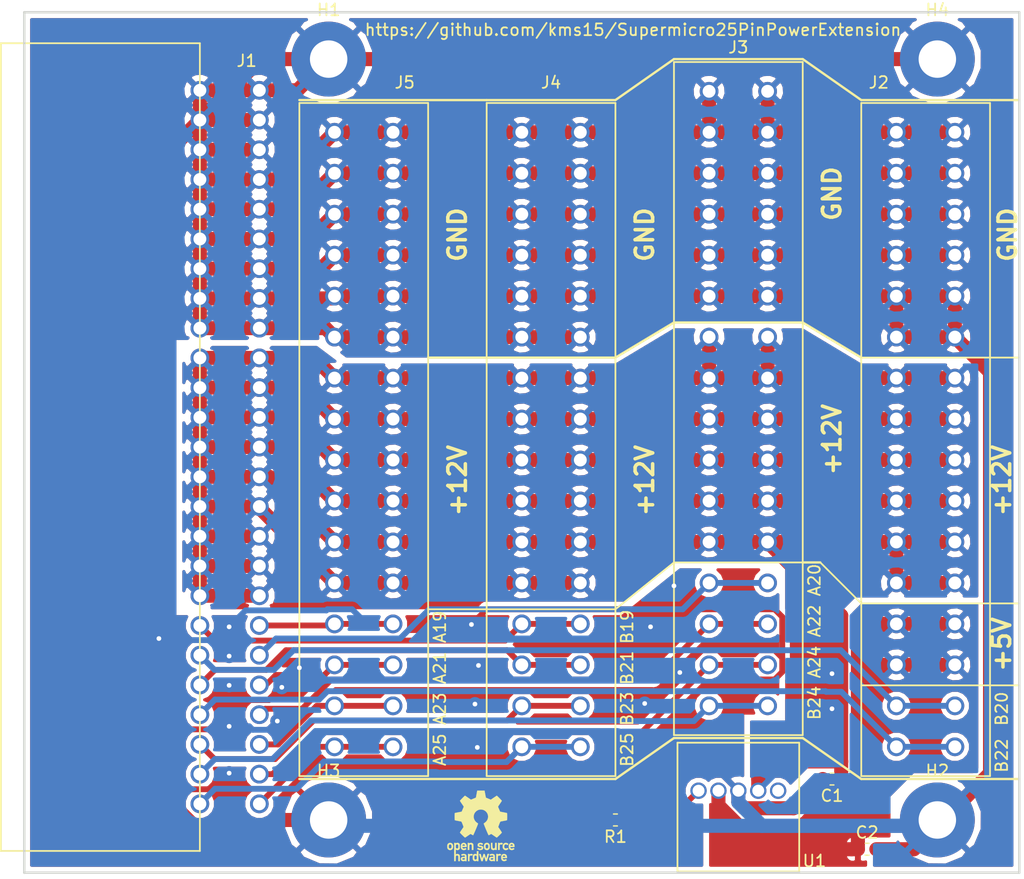
<source format=kicad_pcb>
(kicad_pcb (version 20171130) (host pcbnew 5.0.2-bee76a0~70~ubuntu18.04.1)
  (layers (0 F.Cu signal) (31 B.Cu signal) (34 B.Paste user) (35 F.Paste user) (36 B.SilkS user) (37 F.SilkS user) (38 B.Mask user) (39 F.Mask user) (44 Edge.Cuts user))
  (net 0 "")
  (net 1 "Net-(R1-Pad1)")
  (net 2 GND)
  (net 3 +12V)
  (net 4 +5V)
  (net 5 /B20)
  (net 6 /B22)
  (net 7 /A22)
  (net 8 /B24)
  (net 9 /A20)
  (net 10 /A24)
  (net 11 /B19)
  (net 12 /B21)
  (net 13 /B23)
  (net 14 /B25)
  (net 15 /A21)
  (net 16 /A25)
  (net 17 /A19)
  (net 18 /A23)
  (net 19 "Net-(U1-Pad1)")
  (module Delta:Delta_NE12S0A0V10 (layer F.Cu) (at 96 116.5 180)
    (fp_text reference U1 (at -6.5 -6 180) (layer F.SilkS))
    (fp_text value NE12S0A0V10)
    (pad 1 thru_hole circle (at -3.4 0 180) (size 1.397 1.397) (drill 1.02) (layers *.Cu *.Mask) (net 19 "Net-(U1-Pad1)"))
    (pad 2 thru_hole circle (at -1.7 0 180) (size 1.397 1.397) (drill 1.02) (layers *.Cu *.Mask) (net 3 +12V))
    (pad 3 thru_hole circle (at 0 0 180) (size 1.397 1.397) (drill 1.02) (layers *.Cu *.Mask) (net 2 GND))
    (pad 4 thru_hole circle (at 1.7 0 180) (size 1.397 1.397) (drill 1.02) (layers *.Cu *.Mask) (net 4 +5V))
    (pad 5 thru_hole circle (at 3.4 0 180) (size 1.397 1.397) (drill 1.02) (layers *.Cu *.Mask) (net 1 "Net-(R1-Pad1)"))
  )
  (module SupermicroConnectors:Amphenol_10035388-102LF (layer F.Cu) (at 50 87.145)
    (fp_text reference J1 (at 4 -33 180) (layer F.SilkS))
    (fp_text value "Amphenol 10035388-102LF")
    (pad b9 thru_hole circle (at 0 -10.16) (size 1.6 1.6) (drill 1.1) (layers *.Cu *.Mask) (net 2 GND))
    (pad b10 thru_hole circle (at 0 -7.62) (size 1.6 1.6) (drill 1.1) (layers *.Cu *.Mask) (net 3 +12V))
    (pad b18 thru_hole circle (at 0 12.7) (size 1.6 1.6) (drill 1.1) (layers *.Cu *.Mask) (net 3 +12V))
    (pad b3 thru_hole circle (at 0 -25.4) (size 1.6 1.6) (drill 1.1) (layers *.Cu *.Mask) (net 2 GND))
    (pad b7 thru_hole circle (at 0 -15.24) (size 1.6 1.6) (drill 1.1) (layers *.Cu *.Mask) (net 2 GND))
    (pad b13 thru_hole circle (at 0 0) (size 1.6 1.6) (drill 1.1) (layers *.Cu *.Mask) (net 3 +12V))
    (pad b23 thru_hole circle (at 0 25.4) (size 1.6 1.6) (drill 1.1) (layers *.Cu *.Mask) (net 13 /B23))
    (pad b12 thru_hole circle (at 0 -2.54) (size 1.6 1.6) (drill 1.1) (layers *.Cu *.Mask) (net 3 +12V))
    (pad b6 thru_hole circle (at 0 -17.78) (size 1.6 1.6) (drill 1.1) (layers *.Cu *.Mask) (net 2 GND))
    (pad b16 thru_hole circle (at 0 7.62) (size 1.6 1.6) (drill 1.1) (layers *.Cu *.Mask) (net 3 +12V))
    (pad b14 thru_hole circle (at 0 2.54) (size 1.6 1.6) (drill 1.1) (layers *.Cu *.Mask) (net 3 +12V))
    (pad b1 thru_hole circle (at 0 -30.48) (size 1.6 1.6) (drill 1.1) (layers *.Cu *.Mask) (net 2 GND))
    (pad b4 thru_hole circle (at 0 -22.86) (size 1.6 1.6) (drill 1.1) (layers *.Cu *.Mask) (net 2 GND))
    (pad b22 thru_hole circle (at 0 22.86) (size 1.6 1.6) (drill 1.1) (layers *.Cu *.Mask) (net 6 /B22))
    (pad b24 thru_hole circle (at 0 27.94) (size 1.6 1.6) (drill 1.1) (layers *.Cu *.Mask) (net 8 /B24))
    (pad b19 thru_hole circle (at 0 15.24) (size 1.6 1.6) (drill 1.1) (layers *.Cu *.Mask) (net 11 /B19))
    (pad b17 thru_hole circle (at 0 10.16) (size 1.6 1.6) (drill 1.1) (layers *.Cu *.Mask) (net 3 +12V))
    (pad b15 thru_hole circle (at 0 5.08) (size 1.6 1.6) (drill 1.1) (layers *.Cu *.Mask) (net 3 +12V))
    (pad b2 thru_hole circle (at 0 -27.94) (size 1.6 1.6) (drill 1.1) (layers *.Cu *.Mask) (net 2 GND))
    (pad b5 thru_hole circle (at 0 -20.32) (size 1.6 1.6) (drill 1.1) (layers *.Cu *.Mask) (net 2 GND))
    (pad b21 thru_hole circle (at 0 20.32) (size 1.6 1.6) (drill 1.1) (layers *.Cu *.Mask) (net 12 /B21))
    (pad b11 thru_hole circle (at 0 -5.08) (size 1.6 1.6) (drill 1.1) (layers *.Cu *.Mask) (net 3 +12V))
    (pad b20 thru_hole circle (at 0 17.78) (size 1.6 1.6) (drill 1.1) (layers *.Cu *.Mask) (net 5 /B20))
    (pad b8 thru_hole circle (at 0 -12.7) (size 1.6 1.6) (drill 1.1) (layers *.Cu *.Mask) (net 2 GND))
    (pad b25 thru_hole circle (at 0 30.48) (size 1.6 1.6) (drill 1.1) (layers *.Cu *.Mask) (net 14 /B25))
    (pad a25 thru_hole circle (at 5.08 30.48) (size 1.6 1.6) (drill 1.1) (layers *.Cu *.Mask) (net 16 /A25))
    (pad a24 thru_hole circle (at 5.08 27.94) (size 1.6 1.6) (drill 1.1) (layers *.Cu *.Mask) (net 10 /A24))
    (pad a23 thru_hole circle (at 5.08 25.4) (size 1.6 1.6) (drill 1.1) (layers *.Cu *.Mask) (net 18 /A23))
    (pad a22 thru_hole circle (at 5.08 22.86) (size 1.6 1.6) (drill 1.1) (layers *.Cu *.Mask) (net 7 /A22))
    (pad a21 thru_hole circle (at 5.08 20.32) (size 1.6 1.6) (drill 1.1) (layers *.Cu *.Mask) (net 15 /A21))
    (pad a20 thru_hole circle (at 5.08 17.78) (size 1.6 1.6) (drill 1.1) (layers *.Cu *.Mask) (net 9 /A20))
    (pad a19 thru_hole circle (at 5.08 15.24) (size 1.6 1.6) (drill 1.1) (layers *.Cu *.Mask) (net 17 /A19))
    (pad a18 thru_hole circle (at 5.08 12.7) (size 1.6 1.6) (drill 1.1) (layers *.Cu *.Mask) (net 3 +12V))
    (pad a17 thru_hole circle (at 5.08 10.16) (size 1.6 1.6) (drill 1.1) (layers *.Cu *.Mask) (net 3 +12V))
    (pad a16 thru_hole circle (at 5.08 7.62) (size 1.6 1.6) (drill 1.1) (layers *.Cu *.Mask) (net 3 +12V))
    (pad a15 thru_hole circle (at 5.08 5.08) (size 1.6 1.6) (drill 1.1) (layers *.Cu *.Mask) (net 3 +12V))
    (pad a14 thru_hole circle (at 5.08 2.54) (size 1.6 1.6) (drill 1.1) (layers *.Cu *.Mask) (net 3 +12V))
    (pad a13 thru_hole circle (at 5.08 0) (size 1.6 1.6) (drill 1.1) (layers *.Cu *.Mask) (net 3 +12V))
    (pad a12 thru_hole circle (at 5.08 -2.54) (size 1.6 1.6) (drill 1.1) (layers *.Cu *.Mask) (net 3 +12V))
    (pad a11 thru_hole circle (at 5.08 -5.08) (size 1.6 1.6) (drill 1.1) (layers *.Cu *.Mask) (net 3 +12V))
    (pad a10 thru_hole circle (at 5.08 -7.62) (size 1.6 1.6) (drill 1.1) (layers *.Cu *.Mask) (net 3 +12V))
    (pad a9 thru_hole circle (at 5.08 -10.16) (size 1.6 1.6) (drill 1.1) (layers *.Cu *.Mask) (net 2 GND))
    (pad a8 thru_hole circle (at 5.08 -12.7) (size 1.6 1.6) (drill 1.1) (layers *.Cu *.Mask) (net 2 GND))
    (pad a7 thru_hole circle (at 5.08 -15.24) (size 1.6 1.6) (drill 1.1) (layers *.Cu *.Mask) (net 2 GND))
    (pad a6 thru_hole circle (at 5.08 -17.78) (size 1.6 1.6) (drill 1.1) (layers *.Cu *.Mask) (net 2 GND))
    (pad a5 thru_hole circle (at 5.08 -20.32) (size 1.6 1.6) (drill 1.1) (layers *.Cu *.Mask) (net 2 GND))
    (pad a4 thru_hole circle (at 5.08 -22.86 270) (size 1.6 1.6) (drill 1.1) (layers *.Cu *.Mask) (net 2 GND))
    (pad a3 thru_hole circle (at 5.08 -25.4) (size 1.6 1.6) (drill 1.1) (layers *.Cu *.Mask) (net 2 GND))
    (pad a2 thru_hole circle (at 5.08 -27.94) (size 1.6 1.6) (drill 1.1) (layers *.Cu *.Mask) (net 2 GND))
    (pad a1 thru_hole circle (at 5.08 -30.48) (size 1.6 1.6) (drill 1.1) (layers *.Cu *.Mask) (net 2 GND))
  )
  (module MountingHole:MountingHole_3.2mm_M3_Pad (layer F.Cu) (at 113 54)
    (fp_text reference H4 (at 0 -4.2) (layer F.SilkS))
    (fp_text value M3)
    (pad 1 thru_hole circle (at 0 0) (size 6.4 6.4) (drill 3.2) (layers *.Cu *.Mask) (net 2 GND))
  )
  (module MountingHole:MountingHole_3.2mm_M3_Pad (layer F.Cu) (at 61 119)
    (fp_text reference H3 (at 0 -4.2) (layer F.SilkS))
    (fp_text value M3)
    (pad 1 thru_hole circle (at 0 0) (size 6.4 6.4) (drill 3.2) (layers *.Cu *.Mask) (net 2 GND))
  )
  (module MountingHole:MountingHole_3.2mm_M3_Pad (layer F.Cu) (at 113 119)
    (fp_text reference H2 (at 0 -4.2) (layer F.SilkS))
    (fp_text value M3)
    (pad 1 thru_hole circle (at 0 0) (size 6.4 6.4) (drill 3.2) (layers *.Cu *.Mask) (net 2 GND))
  )
  (module MountingHole:MountingHole_3.2mm_M3_Pad (layer F.Cu) (at 61 54)
    (fp_text reference H1 (at 0 -4.2) (layer F.SilkS))
    (fp_text value M3)
    (pad 1 thru_hole circle (at 0 0) (size 6.4 6.4) (drill 3.2) (layers *.Cu *.Mask) (net 2 GND))
  )
  (module Capacitor_SMD:C_0603_1608Metric (layer F.Cu) (at 107 121.5)
    (fp_text reference C2 (at 0 -1.43) (layer F.SilkS))
    (fp_text value 10uF)
    (pad 2 smd roundrect (at 0.7875 0) (size 0.875 0.95) (layers F.Cu F.Paste F.Mask) (net 2 GND))
    (pad 1 smd roundrect (at -0.7875 0) (size 0.875 0.95) (layers F.Cu F.Paste F.Mask) (net 4 +5V))
  )
  (module Capacitor_SMD:C_0603_1608Metric (layer F.Cu) (at 104 115.5 180)
    (fp_text reference C1 (at 0 -1.43 180) (layer F.SilkS))
    (fp_text value 10uF)
    (pad 1 smd roundrect (at -0.7875 0 180) (size 0.875 0.95) (layers F.Cu F.Paste F.Mask) (net 3 +12V))
    (pad 2 smd roundrect (at 0.7875 0 180) (size 0.875 0.95) (layers F.Cu F.Paste F.Mask) (net 2 GND))
  )
  (module PhoenixContact:PhoenixContact1862262 (layer F.Cu) (at 64 86.5 90)
    (fp_text reference J5 (at 30.5 3.5 180) (layer F.SilkS))
    (fp_text value 1862262)
    (pad 9 thru_hole circle (at 1.75 2.5 90) (size 1.6 1.6) (drill 1.1) (layers *.Cu *.Mask) (net 3 +12V))
    (pad 16 thru_hole circle (at 26.25 2.5 90) (size 1.6 1.6) (drill 1.1) (layers *.Cu *.Mask) (net 2 GND))
    (pad 3 thru_hole circle (at -19.25 2.5 90) (size 1.6 1.6) (drill 1.1) (layers *.Cu *.Mask) (net 15 /A21))
    (pad 10 thru_hole circle (at 5.25 2.5 90) (size 1.6 1.6) (drill 1.1) (layers *.Cu *.Mask) (net 3 +12V))
    (pad 7 thru_hole circle (at -5.25 2.5 90) (size 1.6 1.6) (drill 1.1) (layers *.Cu *.Mask) (net 3 +12V))
    (pad 5 thru_hole circle (at -12.25 2.5 90) (size 1.6 1.6) (drill 1.1) (layers *.Cu *.Mask) (net 3 +12V))
    (pad 8 thru_hole circle (at -1.75 2.5 90) (size 1.6 1.6) (drill 1.1) (layers *.Cu *.Mask) (net 3 +12V))
    (pad 6 thru_hole circle (at -8.75 2.5 90) (size 1.6 1.6) (drill 1.1) (layers *.Cu *.Mask) (net 3 +12V))
    (pad 14 thru_hole circle (at 19.25 2.5 90) (size 1.6 1.6) (drill 1.1) (layers *.Cu *.Mask) (net 2 GND))
    (pad 13 thru_hole circle (at 15.75 2.5 90) (size 1.6 1.6) (drill 1.1) (layers *.Cu *.Mask) (net 2 GND))
    (pad 15 thru_hole circle (at 22.75 2.5 90) (size 1.6 1.6) (drill 1.1) (layers *.Cu *.Mask) (net 2 GND))
    (pad 11 thru_hole circle (at 8.75 2.5 90) (size 1.6 1.6) (drill 1.1) (layers *.Cu *.Mask) (net 2 GND))
    (pad 12 thru_hole circle (at 12.25 2.5 90) (size 1.6 1.6) (drill 1.1) (layers *.Cu *.Mask) (net 2 GND))
    (pad 1 thru_hole circle (at -26.25 2.5 90) (size 1.6 1.6) (drill 1.1) (layers *.Cu *.Mask) (net 16 /A25))
    (pad 4 thru_hole circle (at -15.75 2.5 90) (size 1.6 1.6) (drill 1.1) (layers *.Cu *.Mask) (net 17 /A19))
    (pad 2 thru_hole circle (at -22.75 2.5 90) (size 1.6 1.6) (drill 1.1) (layers *.Cu *.Mask) (net 18 /A23))
    (pad 1 thru_hole circle (at -26.25 -2.5 90) (size 1.6 1.6) (drill 1.1) (layers *.Cu *.Mask) (net 16 /A25))
    (pad 2 thru_hole circle (at -22.75 -2.5 90) (size 1.6 1.6) (drill 1.1) (layers *.Cu *.Mask) (net 18 /A23))
    (pad 3 thru_hole circle (at -19.25 -2.5 90) (size 1.6 1.6) (drill 1.1) (layers *.Cu *.Mask) (net 15 /A21))
    (pad 4 thru_hole circle (at -15.75 -2.5 90) (size 1.6 1.6) (drill 1.1) (layers *.Cu *.Mask) (net 17 /A19))
    (pad 5 thru_hole circle (at -12.25 -2.5 90) (size 1.6 1.6) (drill 1.1) (layers *.Cu *.Mask) (net 3 +12V))
    (pad 6 thru_hole circle (at -8.75 -2.5 90) (size 1.6 1.6) (drill 1.1) (layers *.Cu *.Mask) (net 3 +12V))
    (pad 7 thru_hole circle (at -5.25 -2.5 90) (size 1.6 1.6) (drill 1.1) (layers *.Cu *.Mask) (net 3 +12V))
    (pad 8 thru_hole circle (at -1.75 -2.5 90) (size 1.6 1.6) (drill 1.1) (layers *.Cu *.Mask) (net 3 +12V))
    (pad 9 thru_hole circle (at 1.75 -2.5 90) (size 1.6 1.6) (drill 1.1) (layers *.Cu *.Mask) (net 3 +12V))
    (pad 10 thru_hole circle (at 5.25 -2.5 90) (size 1.6 1.6) (drill 1.1) (layers *.Cu *.Mask) (net 3 +12V))
    (pad 11 thru_hole circle (at 8.75 -2.5 90) (size 1.6 1.6) (drill 1.1) (layers *.Cu *.Mask) (net 2 GND))
    (pad 12 thru_hole circle (at 12.25 -2.5 90) (size 1.6 1.6) (drill 1.1) (layers *.Cu *.Mask) (net 2 GND))
    (pad 13 thru_hole circle (at 15.75 -2.5 90) (size 1.6 1.6) (drill 1.1) (layers *.Cu *.Mask) (net 2 GND))
    (pad 14 thru_hole circle (at 19.25 -2.5 90) (size 1.6 1.6) (drill 1.1) (layers *.Cu *.Mask) (net 2 GND))
    (pad 15 thru_hole circle (at 22.75 -2.5 90) (size 1.6 1.6) (drill 1.1) (layers *.Cu *.Mask) (net 2 GND))
    (pad 16 thru_hole circle (at 26.25 -2.5 90) (size 1.6 1.6) (drill 1.1) (layers *.Cu *.Mask) (net 2 GND))
  )
  (module PhoenixContact:PhoenixContact1862262 (layer F.Cu) (at 80 86.5 90)
    (fp_text reference J4 (at 30.5 0 180) (layer F.SilkS))
    (fp_text value 1862262)
    (pad 16 thru_hole circle (at 26.25 -2.5 90) (size 1.6 1.6) (drill 1.1) (layers *.Cu *.Mask) (net 2 GND))
    (pad 15 thru_hole circle (at 22.75 -2.5 90) (size 1.6 1.6) (drill 1.1) (layers *.Cu *.Mask) (net 2 GND))
    (pad 14 thru_hole circle (at 19.25 -2.5 90) (size 1.6 1.6) (drill 1.1) (layers *.Cu *.Mask) (net 2 GND))
    (pad 13 thru_hole circle (at 15.75 -2.5 90) (size 1.6 1.6) (drill 1.1) (layers *.Cu *.Mask) (net 2 GND))
    (pad 12 thru_hole circle (at 12.25 -2.5 90) (size 1.6 1.6) (drill 1.1) (layers *.Cu *.Mask) (net 2 GND))
    (pad 11 thru_hole circle (at 8.75 -2.5 90) (size 1.6 1.6) (drill 1.1) (layers *.Cu *.Mask) (net 2 GND))
    (pad 10 thru_hole circle (at 5.25 -2.5 90) (size 1.6 1.6) (drill 1.1) (layers *.Cu *.Mask) (net 3 +12V))
    (pad 9 thru_hole circle (at 1.75 -2.5 90) (size 1.6 1.6) (drill 1.1) (layers *.Cu *.Mask) (net 3 +12V))
    (pad 8 thru_hole circle (at -1.75 -2.5 90) (size 1.6 1.6) (drill 1.1) (layers *.Cu *.Mask) (net 3 +12V))
    (pad 7 thru_hole circle (at -5.25 -2.5 90) (size 1.6 1.6) (drill 1.1) (layers *.Cu *.Mask) (net 3 +12V))
    (pad 6 thru_hole circle (at -8.75 -2.5 90) (size 1.6 1.6) (drill 1.1) (layers *.Cu *.Mask) (net 3 +12V))
    (pad 5 thru_hole circle (at -12.25 -2.5 90) (size 1.6 1.6) (drill 1.1) (layers *.Cu *.Mask) (net 3 +12V))
    (pad 4 thru_hole circle (at -15.75 -2.5 90) (size 1.6 1.6) (drill 1.1) (layers *.Cu *.Mask) (net 11 /B19))
    (pad 3 thru_hole circle (at -19.25 -2.5 90) (size 1.6 1.6) (drill 1.1) (layers *.Cu *.Mask) (net 12 /B21))
    (pad 2 thru_hole circle (at -22.75 -2.5 90) (size 1.6 1.6) (drill 1.1) (layers *.Cu *.Mask) (net 13 /B23))
    (pad 1 thru_hole circle (at -26.25 -2.5 90) (size 1.6 1.6) (drill 1.1) (layers *.Cu *.Mask) (net 14 /B25))
    (pad 2 thru_hole circle (at -22.75 2.5 90) (size 1.6 1.6) (drill 1.1) (layers *.Cu *.Mask) (net 13 /B23))
    (pad 4 thru_hole circle (at -15.75 2.5 90) (size 1.6 1.6) (drill 1.1) (layers *.Cu *.Mask) (net 11 /B19))
    (pad 1 thru_hole circle (at -26.25 2.5 90) (size 1.6 1.6) (drill 1.1) (layers *.Cu *.Mask) (net 14 /B25))
    (pad 12 thru_hole circle (at 12.25 2.5 90) (size 1.6 1.6) (drill 1.1) (layers *.Cu *.Mask) (net 2 GND))
    (pad 11 thru_hole circle (at 8.75 2.5 90) (size 1.6 1.6) (drill 1.1) (layers *.Cu *.Mask) (net 2 GND))
    (pad 15 thru_hole circle (at 22.75 2.5 90) (size 1.6 1.6) (drill 1.1) (layers *.Cu *.Mask) (net 2 GND))
    (pad 13 thru_hole circle (at 15.75 2.5 90) (size 1.6 1.6) (drill 1.1) (layers *.Cu *.Mask) (net 2 GND))
    (pad 14 thru_hole circle (at 19.25 2.5 90) (size 1.6 1.6) (drill 1.1) (layers *.Cu *.Mask) (net 2 GND))
    (pad 6 thru_hole circle (at -8.75 2.5 90) (size 1.6 1.6) (drill 1.1) (layers *.Cu *.Mask) (net 3 +12V))
    (pad 8 thru_hole circle (at -1.75 2.5 90) (size 1.6 1.6) (drill 1.1) (layers *.Cu *.Mask) (net 3 +12V))
    (pad 5 thru_hole circle (at -12.25 2.5 90) (size 1.6 1.6) (drill 1.1) (layers *.Cu *.Mask) (net 3 +12V))
    (pad 7 thru_hole circle (at -5.25 2.5 90) (size 1.6 1.6) (drill 1.1) (layers *.Cu *.Mask) (net 3 +12V))
    (pad 10 thru_hole circle (at 5.25 2.5 90) (size 1.6 1.6) (drill 1.1) (layers *.Cu *.Mask) (net 3 +12V))
    (pad 3 thru_hole circle (at -19.25 2.5 90) (size 1.6 1.6) (drill 1.1) (layers *.Cu *.Mask) (net 12 /B21))
    (pad 16 thru_hole circle (at 26.25 2.5 90) (size 1.6 1.6) (drill 1.1) (layers *.Cu *.Mask) (net 2 GND))
    (pad 9 thru_hole circle (at 1.75 2.5 90) (size 1.6 1.6) (drill 1.1) (layers *.Cu *.Mask) (net 3 +12V))
  )
  (module PhoenixContact:PhoenixContact1862262 (layer F.Cu) (at 96 83 90)
    (fp_text reference J3 (at 30 0 180) (layer F.SilkS))
    (fp_text value 1862262)
    (pad 9 thru_hole circle (at 1.75 2.5 90) (size 1.6 1.6) (drill 1.1) (layers *.Cu *.Mask) (net 3 +12V))
    (pad 16 thru_hole circle (at 26.25 2.5 90) (size 1.6 1.6) (drill 1.1) (layers *.Cu *.Mask) (net 2 GND))
    (pad 3 thru_hole circle (at -19.25 2.5 90) (size 1.6 1.6) (drill 1.1) (layers *.Cu *.Mask) (net 7 /A22))
    (pad 10 thru_hole circle (at 5.25 2.5 90) (size 1.6 1.6) (drill 1.1) (layers *.Cu *.Mask) (net 3 +12V))
    (pad 7 thru_hole circle (at -5.25 2.5 90) (size 1.6 1.6) (drill 1.1) (layers *.Cu *.Mask) (net 3 +12V))
    (pad 5 thru_hole circle (at -12.25 2.5 90) (size 1.6 1.6) (drill 1.1) (layers *.Cu *.Mask) (net 3 +12V))
    (pad 8 thru_hole circle (at -1.75 2.5 90) (size 1.6 1.6) (drill 1.1) (layers *.Cu *.Mask) (net 3 +12V))
    (pad 6 thru_hole circle (at -8.75 2.5 90) (size 1.6 1.6) (drill 1.1) (layers *.Cu *.Mask) (net 3 +12V))
    (pad 14 thru_hole circle (at 19.25 2.5 90) (size 1.6 1.6) (drill 1.1) (layers *.Cu *.Mask) (net 2 GND))
    (pad 13 thru_hole circle (at 15.75 2.5 90) (size 1.6 1.6) (drill 1.1) (layers *.Cu *.Mask) (net 2 GND))
    (pad 15 thru_hole circle (at 22.75 2.5 90) (size 1.6 1.6) (drill 1.1) (layers *.Cu *.Mask) (net 2 GND))
    (pad 11 thru_hole circle (at 8.75 2.5 90) (size 1.6 1.6) (drill 1.1) (layers *.Cu *.Mask) (net 2 GND))
    (pad 12 thru_hole circle (at 12.25 2.5 90) (size 1.6 1.6) (drill 1.1) (layers *.Cu *.Mask) (net 2 GND))
    (pad 1 thru_hole circle (at -26.25 2.5 90) (size 1.6 1.6) (drill 1.1) (layers *.Cu *.Mask) (net 8 /B24))
    (pad 4 thru_hole circle (at -15.75 2.5 90) (size 1.6 1.6) (drill 1.1) (layers *.Cu *.Mask) (net 9 /A20))
    (pad 2 thru_hole circle (at -22.75 2.5 90) (size 1.6 1.6) (drill 1.1) (layers *.Cu *.Mask) (net 10 /A24))
    (pad 1 thru_hole circle (at -26.25 -2.5 90) (size 1.6 1.6) (drill 1.1) (layers *.Cu *.Mask) (net 8 /B24))
    (pad 2 thru_hole circle (at -22.75 -2.5 90) (size 1.6 1.6) (drill 1.1) (layers *.Cu *.Mask) (net 10 /A24))
    (pad 3 thru_hole circle (at -19.25 -2.5 90) (size 1.6 1.6) (drill 1.1) (layers *.Cu *.Mask) (net 7 /A22))
    (pad 4 thru_hole circle (at -15.75 -2.5 90) (size 1.6 1.6) (drill 1.1) (layers *.Cu *.Mask) (net 9 /A20))
    (pad 5 thru_hole circle (at -12.25 -2.5 90) (size 1.6 1.6) (drill 1.1) (layers *.Cu *.Mask) (net 3 +12V))
    (pad 6 thru_hole circle (at -8.75 -2.5 90) (size 1.6 1.6) (drill 1.1) (layers *.Cu *.Mask) (net 3 +12V))
    (pad 7 thru_hole circle (at -5.25 -2.5 90) (size 1.6 1.6) (drill 1.1) (layers *.Cu *.Mask) (net 3 +12V))
    (pad 8 thru_hole circle (at -1.75 -2.5 90) (size 1.6 1.6) (drill 1.1) (layers *.Cu *.Mask) (net 3 +12V))
    (pad 9 thru_hole circle (at 1.75 -2.5 90) (size 1.6 1.6) (drill 1.1) (layers *.Cu *.Mask) (net 3 +12V))
    (pad 10 thru_hole circle (at 5.25 -2.5 90) (size 1.6 1.6) (drill 1.1) (layers *.Cu *.Mask) (net 3 +12V))
    (pad 11 thru_hole circle (at 8.75 -2.5 90) (size 1.6 1.6) (drill 1.1) (layers *.Cu *.Mask) (net 2 GND))
    (pad 12 thru_hole circle (at 12.25 -2.5 90) (size 1.6 1.6) (drill 1.1) (layers *.Cu *.Mask) (net 2 GND))
    (pad 13 thru_hole circle (at 15.75 -2.5 90) (size 1.6 1.6) (drill 1.1) (layers *.Cu *.Mask) (net 2 GND))
    (pad 14 thru_hole circle (at 19.25 -2.5 90) (size 1.6 1.6) (drill 1.1) (layers *.Cu *.Mask) (net 2 GND))
    (pad 15 thru_hole circle (at 22.75 -2.5 90) (size 1.6 1.6) (drill 1.1) (layers *.Cu *.Mask) (net 2 GND))
    (pad 16 thru_hole circle (at 26.25 -2.5 90) (size 1.6 1.6) (drill 1.1) (layers *.Cu *.Mask) (net 2 GND))
  )
  (module PhoenixContact:PhoenixContact1862262 (layer F.Cu) (at 112 86.5 90)
    (fp_text reference J2 (at 30.5 -4 180) (layer F.SilkS))
    (fp_text value 1862262)
    (pad 16 thru_hole circle (at 26.25 -2.5 90) (size 1.6 1.6) (drill 1.1) (layers *.Cu *.Mask) (net 2 GND))
    (pad 15 thru_hole circle (at 22.75 -2.5 90) (size 1.6 1.6) (drill 1.1) (layers *.Cu *.Mask) (net 2 GND))
    (pad 14 thru_hole circle (at 19.25 -2.5 90) (size 1.6 1.6) (drill 1.1) (layers *.Cu *.Mask) (net 2 GND))
    (pad 13 thru_hole circle (at 15.75 -2.5 90) (size 1.6 1.6) (drill 1.1) (layers *.Cu *.Mask) (net 2 GND))
    (pad 12 thru_hole circle (at 12.25 -2.5 90) (size 1.6 1.6) (drill 1.1) (layers *.Cu *.Mask) (net 2 GND))
    (pad 11 thru_hole circle (at 8.75 -2.5 90) (size 1.6 1.6) (drill 1.1) (layers *.Cu *.Mask) (net 2 GND))
    (pad 10 thru_hole circle (at 5.25 -2.5 90) (size 1.6 1.6) (drill 1.1) (layers *.Cu *.Mask) (net 3 +12V))
    (pad 9 thru_hole circle (at 1.75 -2.5 90) (size 1.6 1.6) (drill 1.1) (layers *.Cu *.Mask) (net 3 +12V))
    (pad 8 thru_hole circle (at -1.75 -2.5 90) (size 1.6 1.6) (drill 1.1) (layers *.Cu *.Mask) (net 3 +12V))
    (pad 7 thru_hole circle (at -5.25 -2.5 90) (size 1.6 1.6) (drill 1.1) (layers *.Cu *.Mask) (net 3 +12V))
    (pad 6 thru_hole circle (at -8.75 -2.5 90) (size 1.6 1.6) (drill 1.1) (layers *.Cu *.Mask) (net 3 +12V))
    (pad 5 thru_hole circle (at -12.25 -2.5 90) (size 1.6 1.6) (drill 1.1) (layers *.Cu *.Mask) (net 3 +12V))
    (pad 4 thru_hole circle (at -15.75 -2.5 90) (size 1.6 1.6) (drill 1.1) (layers *.Cu *.Mask) (net 4 +5V))
    (pad 3 thru_hole circle (at -19.25 -2.5 90) (size 1.6 1.6) (drill 1.1) (layers *.Cu *.Mask) (net 4 +5V))
    (pad 2 thru_hole circle (at -22.75 -2.5 90) (size 1.6 1.6) (drill 1.1) (layers *.Cu *.Mask) (net 5 /B20))
    (pad 1 thru_hole circle (at -26.25 -2.5 90) (size 1.6 1.6) (drill 1.1) (layers *.Cu *.Mask) (net 6 /B22))
    (pad 2 thru_hole circle (at -22.75 2.5 90) (size 1.6 1.6) (drill 1.1) (layers *.Cu *.Mask) (net 5 /B20))
    (pad 4 thru_hole circle (at -15.75 2.5 90) (size 1.6 1.6) (drill 1.1) (layers *.Cu *.Mask) (net 4 +5V))
    (pad 1 thru_hole circle (at -26.25 2.5 90) (size 1.6 1.6) (drill 1.1) (layers *.Cu *.Mask) (net 6 /B22))
    (pad 12 thru_hole circle (at 12.25 2.5 90) (size 1.6 1.6) (drill 1.1) (layers *.Cu *.Mask) (net 2 GND))
    (pad 11 thru_hole circle (at 8.75 2.5 90) (size 1.6 1.6) (drill 1.1) (layers *.Cu *.Mask) (net 2 GND))
    (pad 15 thru_hole circle (at 22.75 2.5 90) (size 1.6 1.6) (drill 1.1) (layers *.Cu *.Mask) (net 2 GND))
    (pad 13 thru_hole circle (at 15.75 2.5 90) (size 1.6 1.6) (drill 1.1) (layers *.Cu *.Mask) (net 2 GND))
    (pad 14 thru_hole circle (at 19.25 2.5 90) (size 1.6 1.6) (drill 1.1) (layers *.Cu *.Mask) (net 2 GND))
    (pad 6 thru_hole circle (at -8.75 2.5 90) (size 1.6 1.6) (drill 1.1) (layers *.Cu *.Mask) (net 3 +12V))
    (pad 8 thru_hole circle (at -1.75 2.5 90) (size 1.6 1.6) (drill 1.1) (layers *.Cu *.Mask) (net 3 +12V))
    (pad 5 thru_hole circle (at -12.25 2.5 90) (size 1.6 1.6) (drill 1.1) (layers *.Cu *.Mask) (net 3 +12V))
    (pad 7 thru_hole circle (at -5.25 2.5 90) (size 1.6 1.6) (drill 1.1) (layers *.Cu *.Mask) (net 3 +12V))
    (pad 10 thru_hole circle (at 5.25 2.5 90) (size 1.6 1.6) (drill 1.1) (layers *.Cu *.Mask) (net 3 +12V))
    (pad 3 thru_hole circle (at -19.25 2.5 90) (size 1.6 1.6) (drill 1.1) (layers *.Cu *.Mask) (net 4 +5V))
    (pad 16 thru_hole circle (at 26.25 2.5 90) (size 1.6 1.6) (drill 1.1) (layers *.Cu *.Mask) (net 2 GND))
    (pad 9 thru_hole circle (at 1.75 2.5 90) (size 1.6 1.6) (drill 1.1) (layers *.Cu *.Mask) (net 3 +12V))
  )
  (module Resistor_SMD:R_0603_1608Metric (layer F.Cu) (at 85.5 119 180)
    (fp_text reference R1 (at 0 -1.43 180) (layer F.SilkS))
    (fp_text value 268)
    (pad 1 smd roundrect (at -0.7875 0 180) (size 0.875 0.95) (layers F.Cu F.Paste F.Mask) (net 1 "Net-(R1-Pad1)"))
    (pad 2 smd roundrect (at 0.7875 0 180) (size 0.875 0.95) (layers F.Cu F.Paste F.Mask) (net 2 GND))
  )
  (module Symbol:OSHW-Logo_5.7x6mm_SilkScreen (layer F.Cu) (at 74 119.5)
    (fp_text reference REF** hide)
    (fp_text value OSHW-Logo_5.7x6mm_SilkScreen hide)
  )
  (gr_text https://github.com/kms15/Supermicro25PinPowerExtension (at 87 51.5) (layer F.SilkS) (effects (font (size 1 1))))
  (gr_line (start 106.5 115.5) (end 120 115.5) (layer F.SilkS) (width 0.2))
  (gr_line (start 101.5 112) (end 106.5 115.5) (layer F.SilkS) (width 0.2))
  (gr_line (start 90.5 112) (end 101.5 112) (layer F.SilkS) (width 0.2))
  (gr_line (start 85.5 115.5) (end 90.5 112) (layer F.SilkS) (width 0.2))
  (gr_line (start 58.5 115.5) (end 85.5 115.5) (layer F.SilkS) (width 0.2))
  (gr_line (start 85.5 57.5) (end 74.5 57.5) (layer F.SilkS) (width 0.2))
  (gr_line (start 101.5 54) (end 90.5 54) (layer F.SilkS) (width 0.2))
  (gr_line (start 117.5 57.5) (end 106.5 57.5) (layer F.SilkS) (width 0.2))
  (gr_line (start 117.5 57.5) (end 120 57.5) (layer F.SilkS) (width 0.2))
  (gr_line (start 101.5 54) (end 106.5 57.5) (layer F.SilkS) (width 0.2))
  (gr_line (start 85.5 57.5) (end 90.5 54) (layer F.SilkS) (width 0.2))
  (gr_line (start 58.5 57.5) (end 74.5 57.5) (layer F.SilkS) (width 0.2))
  (gr_text B23 (at 86.5 109.5 90) (layer F.SilkS) (effects (font (size 1 1))))
  (gr_text B21 (at 86.5 106 90) (layer F.SilkS) (effects (font (size 1 1))))
  (gr_text B25 (at 86.5 113 90) (layer F.SilkS) (effects (font (size 1 1))))
  (gr_text B19 (at 86.5 102.5 90) (layer F.SilkS) (effects (font (size 1 1))))
  (gr_text A21 (at 70.5 106 90) (layer F.SilkS) (effects (font (size 1 1))))
  (gr_text A23 (at 70.5 109.5 90) (layer F.SilkS) (effects (font (size 1 1))))
  (gr_text A25 (at 70.5 113 90) (layer F.SilkS) (effects (font (size 1 1))))
  (gr_text A19 (at 70.5 102.5 90) (layer F.SilkS) (effects (font (size 1 1))))
  (gr_line (start 103 97) (end 101.5 97) (layer F.SilkS) (width 0.2))
  (gr_text B24 (at 102.5 109 90) (layer F.SilkS) (effects (font (size 1 1))))
  (gr_text A24 (at 102.5 105.5 90) (layer F.SilkS) (effects (font (size 1 1))))
  (gr_text A22 (at 102.5 102 90) (layer F.SilkS) (effects (font (size 1 1))))
  (gr_text A20 (at 102.5 98.5 90) (layer F.SilkS) (effects (font (size 1 1))))
  (gr_text B20 (at 118.5 109.5 90) (layer F.SilkS) (effects (font (size 1 1))))
  (gr_text B22 (at 118.5 113.5 90) (layer F.SilkS) (effects (font (size 1 1))))
  (gr_text +5V (at 118.5 104 90) (layer F.SilkS) (effects (font (size 1.5 1.5) (thickness 0.3))))
  (gr_text +12V (at 88 90 90) (layer F.SilkS) (effects (font (size 1.5 1.5) (thickness 0.3))))
  (gr_text +12V (at 104 86.5 90) (layer F.SilkS) (effects (font (size 1.5 1.5) (thickness 0.3))))
  (gr_text +12V (at 118.5 90 90) (layer F.SilkS) (effects (font (size 1.5 1.5) (thickness 0.3))))
  (gr_text +12V (at 72 90 90) (layer F.SilkS) (effects (font (size 1.5 1.5) (thickness 0.3))))
  (gr_text GND (at 72 69 90) (layer F.SilkS) (effects (font (size 1.5 1.5) (thickness 0.3))))
  (gr_text GND (at 88 69 90) (layer F.SilkS) (effects (font (size 1.5 1.5) (thickness 0.3))))
  (gr_text GND (at 104 65.5 90) (layer F.SilkS) (effects (font (size 1.5 1.5) (thickness 0.3))))
  (gr_text GND (at 119 69 90) (layer F.SilkS) (effects (font (size 1.5 1.5) (thickness 0.3))))
  (gr_line (start 120 107.5) (end 106.5 107.5) (layer F.SilkS) (width 0.15))
  (gr_line (start 106.5 100.5) (end 120 100.5) (layer F.SilkS) (width 0.15))
  (gr_line (start 103 97) (end 106.5 100.5) (layer F.SilkS) (width 0.15))
  (gr_line (start 90.5 97) (end 101.5 97) (layer F.SilkS) (width 0.15))
  (gr_line (start 85.5 101) (end 90.5 97) (layer F.SilkS) (width 0.15))
  (gr_line (start 69.5 101) (end 85.5 101) (layer F.SilkS) (width 0.15))
  (gr_line (start 106.5 79.5) (end 120 79.5) (layer F.SilkS) (width 0.15))
  (gr_line (start 120 50) (end 120 123.5) (layer Edge.Cuts) (width 0.2))
  (gr_line (start 35 50) (end 35 123.5) (layer Edge.Cuts) (width 0.2))
  (gr_line (start 85.5 79.5) (end 69.5 79.5) (layer F.SilkS) (width 0.2))
  (gr_line (start 90.5 76.5) (end 85.5 79.5) (layer F.SilkS) (width 0.2))
  (gr_line (start 101.5 76.5) (end 90.5 76.5) (layer F.SilkS) (width 0.2))
  (gr_line (start 106.5 79.5) (end 101.5 76.5) (layer F.SilkS) (width 0.2))
  (gr_line (start 35 123.5) (end 120 123.5) (layer Edge.Cuts) (width 0.2))
  (gr_line (start 35 50) (end 120 50) (layer Edge.Cuts) (width 0.2))
  (segment (start 90.1 119) (end 92.6 116.5) (width 0.5) (layer F.Cu) (net 1))
  (segment (start 86.2875 119) (end 90.1 119) (width 0.5) (layer F.Cu) (net 1))
  (segment (start 50 56.665) (end 55.08 56.665) (width 1.2) (layer F.Cu) (net 2))
  (segment (start 50 59.205) (end 55.08 59.205) (width 1.2) (layer F.Cu) (net 2))
  (segment (start 50 61.745) (end 55.08 61.745) (width 1.2) (layer F.Cu) (net 2))
  (segment (start 50 64.285) (end 55.08 64.285) (width 1.2) (layer F.Cu) (net 2))
  (segment (start 50 66.825) (end 55.08 66.825) (width 1.2) (layer F.Cu) (net 2))
  (segment (start 50 69.365) (end 55.08 69.365) (width 1.2) (layer F.Cu) (net 2))
  (segment (start 50 71.905) (end 55.08 71.905) (width 1.2) (layer F.Cu) (net 2))
  (segment (start 50 74.445) (end 55.08 74.445) (width 1.2) (layer F.Cu) (net 2))
  (segment (start 50 76.985) (end 55.08 76.985) (width 1.2) (layer F.Cu) (net 2))
  (segment (start 60.735 76.985) (end 61.5 77.75) (width 1.2) (layer F.Cu) (net 2))
  (segment (start 55.08 76.985) (end 60.735 76.985) (width 1.2) (layer F.Cu) (net 2))
  (segment (start 61.305 74.445) (end 61.5 74.25) (width 1.2) (layer F.Cu) (net 2))
  (segment (start 55.08 74.445) (end 61.305 74.445) (width 1.2) (layer F.Cu) (net 2))
  (segment (start 60.345 71.905) (end 61.5 70.75) (width 1.2) (layer F.Cu) (net 2))
  (segment (start 55.08 71.905) (end 60.345 71.905) (width 1.2) (layer F.Cu) (net 2))
  (segment (start 59.385 69.365) (end 61.5 67.25) (width 1.2) (layer F.Cu) (net 2))
  (segment (start 55.08 69.365) (end 59.385 69.365) (width 1.2) (layer F.Cu) (net 2))
  (segment (start 58.425 66.825) (end 61.5 63.75) (width 1.2) (layer F.Cu) (net 2))
  (segment (start 55.08 66.825) (end 58.425 66.825) (width 1.2) (layer F.Cu) (net 2))
  (segment (start 57.465 64.285) (end 61.5 60.25) (width 1.2) (layer F.Cu) (net 2))
  (segment (start 55.08 64.285) (end 57.465 64.285) (width 1.2) (layer F.Cu) (net 2))
  (segment (start 61.5 60.25) (end 66.5 60.25) (width 1.2) (layer F.Cu) (net 2))
  (segment (start 61.5 70.75) (end 66.5 70.75) (width 1.2) (layer F.Cu) (net 2))
  (segment (start 61.5 67.25) (end 66.5 67.25) (width 1.2) (layer F.Cu) (net 2))
  (segment (start 61.5 63.75) (end 66.5 63.75) (width 1.2) (layer F.Cu) (net 2))
  (segment (start 50 56.665) (end 50 59.205) (width 1.2) (layer F.Cu) (net 2))
  (segment (start 50 59.205) (end 50 61.745) (width 1.2) (layer F.Cu) (net 2))
  (segment (start 50 61.745) (end 50 64.285) (width 1.2) (layer F.Cu) (net 2))
  (segment (start 50 64.285) (end 50 66.825) (width 1.2) (layer F.Cu) (net 2))
  (segment (start 50 66.825) (end 50 69.365) (width 1.2) (layer F.Cu) (net 2))
  (segment (start 50 69.365) (end 50 71.905) (width 1.2) (layer F.Cu) (net 2))
  (segment (start 50 71.905) (end 50 74.445) (width 1.2) (layer F.Cu) (net 2))
  (segment (start 50 74.445) (end 50 76.985) (width 1.2) (layer F.Cu) (net 2))
  (segment (start 61.5 74.25) (end 66.5 74.25) (width 1.2) (layer F.Cu) (net 2))
  (segment (start 61.5 77.75) (end 66.5 77.75) (width 1.2) (layer F.Cu) (net 2))
  (segment (start 66.5 60.25) (end 77.5 60.25) (width 1.2) (layer F.Cu) (net 2))
  (segment (start 77.5 60.25) (end 82.5 60.25) (width 1.2) (layer F.Cu) (net 2))
  (segment (start 66.5 63.75) (end 77.5 63.75) (width 1.2) (layer F.Cu) (net 2))
  (segment (start 77.5 63.75) (end 82.5 63.75) (width 1.2) (layer F.Cu) (net 2))
  (segment (start 66.5 67.25) (end 77.5 67.25) (width 1.2) (layer F.Cu) (net 2))
  (segment (start 66.5 70.75) (end 77.5 70.75) (width 1.2) (layer F.Cu) (net 2))
  (segment (start 66.5 74.25) (end 77.5 74.25) (width 1.2) (layer F.Cu) (net 2))
  (segment (start 66.5 77.75) (end 77.5 77.75) (width 1.2) (layer F.Cu) (net 2))
  (segment (start 77.5 74.25) (end 82.5 74.25) (width 1.2) (layer F.Cu) (net 2))
  (segment (start 77.5 77.75) (end 82.5 77.75) (width 1.2) (layer F.Cu) (net 2))
  (segment (start 77.5 70.75) (end 82.5 70.75) (width 1.2) (layer F.Cu) (net 2))
  (segment (start 77.5 67.25) (end 82.5 67.25) (width 1.2) (layer F.Cu) (net 2))
  (segment (start 82.5 60.25) (end 93.5 60.25) (width 1.2) (layer F.Cu) (net 2))
  (segment (start 98.5 60.25) (end 93.5 60.25) (width 1.2) (layer F.Cu) (net 2))
  (segment (start 82.5 63.75) (end 93.5 63.75) (width 1.2) (layer F.Cu) (net 2))
  (segment (start 82.5 67.25) (end 93.5 67.25) (width 1.2) (layer F.Cu) (net 2))
  (segment (start 58.335 56.665) (end 61 54) (width 1.2) (layer F.Cu) (net 2))
  (segment (start 55.08 56.665) (end 58.335 56.665) (width 1.2) (layer F.Cu) (net 2))
  (segment (start 65.525483 54) (end 113 54) (width 1.2) (layer F.Cu) (net 2))
  (segment (start 61 54) (end 65.525483 54) (width 1.2) (layer F.Cu) (net 2))
  (segment (start 93.5 63.75) (end 98.5 63.75) (width 1.2) (layer F.Cu) (net 2))
  (segment (start 93.5 67.25) (end 98.5 67.25) (width 1.2) (layer F.Cu) (net 2))
  (segment (start 98.5 70.75) (end 93.5 70.75) (width 1.2) (layer F.Cu) (net 2))
  (segment (start 93.5 70.75) (end 82.5 70.75) (width 1.2) (layer F.Cu) (net 2))
  (segment (start 82.5 74.25) (end 93.5 74.25) (width 1.2) (layer F.Cu) (net 2))
  (segment (start 93.5 74.25) (end 98.5 74.25) (width 1.2) (layer F.Cu) (net 2))
  (segment (start 98.5 60.25) (end 109.5 60.25) (width 1.2) (layer F.Cu) (net 2))
  (segment (start 109.5 60.25) (end 114.5 60.25) (width 1.2) (layer F.Cu) (net 2))
  (segment (start 98.5 63.75) (end 109.5 63.75) (width 1.2) (layer F.Cu) (net 2))
  (segment (start 109.5 63.75) (end 114.5 63.75) (width 1.2) (layer F.Cu) (net 2))
  (segment (start 114.5 67.25) (end 109.5 67.25) (width 1.2) (layer F.Cu) (net 2))
  (segment (start 109.5 67.25) (end 98.5 67.25) (width 1.2) (layer F.Cu) (net 2))
  (segment (start 98.5 70.75) (end 109.5 70.75) (width 1.2) (layer F.Cu) (net 2))
  (segment (start 109.5 70.75) (end 114.5 70.75) (width 1.2) (layer F.Cu) (net 2))
  (segment (start 114.5 74.25) (end 109.5 74.25) (width 1.2) (layer F.Cu) (net 2))
  (segment (start 109.5 74.25) (end 98.5 74.25) (width 1.2) (layer F.Cu) (net 2))
  (segment (start 109.5 77.75) (end 114.5 77.75) (width 1.2) (layer F.Cu) (net 2))
  (segment (start 115.299999 78.549999) (end 114.5 77.75) (width 1.2) (layer F.Cu) (net 2))
  (segment (start 117.5 80.75) (end 115.299999 78.549999) (width 1.2) (layer F.Cu) (net 2))
  (segment (start 113 119.5) (end 117.5 115) (width 1.2) (layer F.Cu) (net 2))
  (segment (start 117.5 115) (end 117.5 80.75) (width 1.2) (layer F.Cu) (net 2))
  (segment (start 109.5 74.25) (end 109.5 77.75) (width 1.2) (layer F.Cu) (net 2))
  (segment (start 114.5 74.25) (end 114.5 77.75) (width 1.2) (layer F.Cu) (net 2))
  (segment (start 93.5 60.25) (end 93.5 56.75) (width 1.2) (layer F.Cu) (net 2))
  (segment (start 98.5 60.25) (end 98.5 56.75) (width 1.2) (layer F.Cu) (net 2))
  (segment (start 111 121.5) (end 113 119.5) (width 1.2) (layer F.Cu) (net 2))
  (segment (start 107.7875 121.5) (end 111 121.5) (width 1.2) (layer F.Cu) (net 2))
  (segment (start 102.750888 115.961612) (end 103.2125 115.5) (width 1.2) (layer F.Cu) (net 2))
  (segment (start 100.713999 117.998501) (end 102.750888 115.961612) (width 1.2) (layer F.Cu) (net 2))
  (segment (start 96.510673 117.998501) (end 100.713999 117.998501) (width 1.2) (layer F.Cu) (net 2))
  (segment (start 96 117.487828) (end 96.510673 117.998501) (width 1.2) (layer F.Cu) (net 2))
  (segment (start 96 116.5) (end 96 117.487828) (width 1.2) (layer F.Cu) (net 2))
  (segment (start 94.5 115) (end 95.301501 115.801501) (width 0.5) (layer F.Cu) (net 2))
  (segment (start 88.7125 115) (end 94.5 115) (width 0.5) (layer F.Cu) (net 2))
  (segment (start 95.301501 115.801501) (end 96 116.5) (width 0.5) (layer F.Cu) (net 2))
  (segment (start 84.7125 119) (end 88.7125 115) (width 0.5) (layer F.Cu) (net 2))
  (segment (start 61.5 119.5) (end 61 119) (width 1.2) (layer B.Cu) (net 2))
  (segment (start 113 119.5) (end 61.5 119.5) (width 1.2) (layer B.Cu) (net 2))
  (segment (start 96 117.487828) (end 96 116.5) (width 1.2) (layer B.Cu) (net 2))
  (segment (start 98.012172 119.5) (end 96 117.487828) (width 1.2) (layer B.Cu) (net 2))
  (segment (start 113 119.5) (end 98.012172 119.5) (width 1.2) (layer B.Cu) (net 2))
  (segment (start 56.474517 119) (end 61 119) (width 1.2) (layer F.Cu) (net 2))
  (segment (start 55.205 54) (end 46.5 62.705) (width 1.2) (layer F.Cu) (net 2))
  (segment (start 61 54) (end 55.205 54) (width 1.2) (layer F.Cu) (net 2))
  (segment (start 49.506998 119.5) (end 55.974517 119.5) (width 1.2) (layer F.Cu) (net 2))
  (segment (start 55.974517 119.5) (end 56.474517 119) (width 1.2) (layer F.Cu) (net 2))
  (segment (start 99.100001 104.499999) (end 92.899999 104.499999) (width 0.5) (layer F.Cu) (net 2))
  (segment (start 99.750001 105.149999) (end 99.100001 104.499999) (width 0.5) (layer F.Cu) (net 2))
  (segment (start 64.199999 115.800001) (end 89.099999 115.800001) (width 0.5) (layer F.Cu) (net 2))
  (segment (start 99.750001 106.350001) (end 99.750001 105.149999) (width 0.5) (layer F.Cu) (net 2))
  (segment (start 61 119) (end 64.199999 115.800001) (width 0.5) (layer F.Cu) (net 2))
  (segment (start 89.099999 115.800001) (end 97.899999 107.000001) (width 0.5) (layer F.Cu) (net 2))
  (segment (start 97.899999 107.000001) (end 99.100001 107.000001) (width 0.5) (layer F.Cu) (net 2))
  (segment (start 99.100001 107.000001) (end 99.750001 106.350001) (width 0.5) (layer F.Cu) (net 2))
  (via (at 91 106.399998) (size 1.2) (drill 0.4) (layers F.Cu B.Cu) (net 2))
  (segment (start 91 106.399998) (end 90.399998 107) (width 0.5) (layer F.Cu) (net 2))
  (segment (start 92.899999 104.499999) (end 91 106.399998) (width 0.5) (layer F.Cu) (net 2))
  (segment (start 90.000001 100.999999) (end 88.5 102.5) (width 0.5) (layer F.Cu) (net 2))
  (segment (start 99.100001 100.999999) (end 90.000001 100.999999) (width 0.5) (layer F.Cu) (net 2))
  (segment (start 99.750001 105.149999) (end 99.750001 101.649999) (width 0.5) (layer F.Cu) (net 2))
  (via (at 88.5 102.5) (size 1.2) (drill 0.4) (layers F.Cu B.Cu) (net 2))
  (segment (start 99.750001 101.649999) (end 99.100001 100.999999) (width 0.5) (layer F.Cu) (net 2))
  (segment (start 88.5 102.5) (end 88.5 101) (width 0.5) (layer F.Cu) (net 2))
  (via (at 90.5 99) (size 1.2) (drill 0.4) (layers F.Cu B.Cu) (net 2))
  (segment (start 88.5 101) (end 90.5 99) (width 0.5) (layer F.Cu) (net 2))
  (via (at 52.5 115) (size 1.2) (drill 0.4) (layers F.Cu B.Cu) (net 2))
  (segment (start 51.125001 116.374999) (end 52.5 115) (width 0.5) (layer F.Cu) (net 2))
  (segment (start 48.631999 116.374999) (end 51.125001 116.374999) (width 0.5) (layer F.Cu) (net 2))
  (segment (start 47.506998 117.5) (end 49.506998 119.5) (width 1.2) (layer F.Cu) (net 2))
  (segment (start 47.506998 117.5) (end 48.631999 116.374999) (width 0.5) (layer F.Cu) (net 2))
  (segment (start 46.5 116.493002) (end 47.506998 117.5) (width 1.2) (layer F.Cu) (net 2))
  (segment (start 52.244999 111.255001) (end 52.5 111) (width 0.5) (layer F.Cu) (net 2))
  (segment (start 46.755001 111.255001) (end 52.244999 111.255001) (width 0.5) (layer F.Cu) (net 2))
  (segment (start 46.5 111) (end 46.755001 111.255001) (width 0.5) (layer F.Cu) (net 2))
  (segment (start 46.5 111) (end 46.5 116.493002) (width 1.2) (layer F.Cu) (net 2))
  (via (at 52.5 107.5) (size 1.2) (drill 0.4) (layers F.Cu B.Cu) (net 2))
  (segment (start 52.5 111) (end 52.5 107.5) (width 0.5) (layer F.Cu) (net 2))
  (via (at 46.5 103.5) (size 1.2) (drill 0.4) (layers F.Cu B.Cu) (net 2))
  (segment (start 46.5 103.5) (end 46.5 111) (width 1.2) (layer F.Cu) (net 2))
  (segment (start 46.5 62.705) (end 46.5 103.5) (width 1.2) (layer F.Cu) (net 2))
  (segment (start 51.364999 103.635001) (end 52.5 102.5) (width 0.5) (layer B.Cu) (net 2))
  (segment (start 47.483529 103.635001) (end 51.364999 103.635001) (width 0.5) (layer B.Cu) (net 2))
  (segment (start 46.5 103.5) (end 47.348528 103.5) (width 0.5) (layer B.Cu) (net 2))
  (via (at 52.5 102.5) (size 1.2) (drill 0.4) (layers F.Cu B.Cu) (net 2))
  (segment (start 47.348528 103.5) (end 47.483529 103.635001) (width 0.5) (layer B.Cu) (net 2))
  (via (at 52.5 105) (size 1.2) (drill 0.4) (layers F.Cu B.Cu) (net 2))
  (segment (start 52.5 102.5) (end 52.5 105) (width 0.5) (layer B.Cu) (net 2))
  (segment (start 90.399998 107) (end 89.399999 107.999999) (width 0.5) (layer F.Cu) (net 2))
  (segment (start 89.399999 107.999999) (end 74.600001 107.999999) (width 0.5) (layer F.Cu) (net 2))
  (segment (start 72.900001 108.500001) (end 73.5 109.1) (width 0.5) (layer F.Cu) (net 2))
  (segment (start 72.4 108) (end 72.900001 108.500001) (width 0.5) (layer F.Cu) (net 2))
  (segment (start 64.5 108) (end 72.4 108) (width 0.5) (layer F.Cu) (net 2))
  (segment (start 74.600001 107.999999) (end 74.099999 108.500001) (width 0.5) (layer F.Cu) (net 2))
  (segment (start 74.099999 108.500001) (end 73.5 109.1) (width 0.5) (layer F.Cu) (net 2))
  (via (at 73.5 109.1) (size 1.2) (drill 0.4) (layers F.Cu B.Cu) (net 2))
  (via (at 73.7 112.800002) (size 1.2) (drill 0.4) (layers F.Cu B.Cu) (net 2))
  (segment (start 57.5 114) (end 60 111.5) (width 0.5) (layer B.Cu) (net 2))
  (segment (start 96 116.5) (end 90.999999 111.499999) (width 0.5) (layer B.Cu) (net 2))
  (segment (start 72.399998 111.5) (end 73.100001 112.200003) (width 0.5) (layer B.Cu) (net 2))
  (segment (start 73.100001 112.200003) (end 73.7 112.800002) (width 0.5) (layer B.Cu) (net 2))
  (segment (start 60 111.5) (end 72.399998 111.5) (width 0.5) (layer B.Cu) (net 2))
  (segment (start 74.299999 112.200003) (end 73.7 112.800002) (width 0.5) (layer B.Cu) (net 2))
  (segment (start 75.000003 111.499999) (end 74.299999 112.200003) (width 0.5) (layer B.Cu) (net 2))
  (segment (start 90.999999 111.499999) (end 75.000003 111.499999) (width 0.5) (layer B.Cu) (net 2))
  (via (at 73.8 105.8) (size 1.2) (drill 0.4) (layers F.Cu B.Cu) (net 2))
  (segment (start 73.200001 106.399999) (end 73.8 105.8) (width 0.5) (layer B.Cu) (net 2))
  (segment (start 72.599999 107.000001) (end 73.200001 106.399999) (width 0.5) (layer B.Cu) (net 2))
  (segment (start 74.399999 106.399999) (end 73.8 105.8) (width 0.5) (layer B.Cu) (net 2))
  (segment (start 58.499999 107.000001) (end 72.599999 107.000001) (width 0.5) (layer B.Cu) (net 2))
  (segment (start 75.000001 107.000001) (end 74.399999 106.399999) (width 0.5) (layer B.Cu) (net 2))
  (segment (start 91 106.399998) (end 90.399997 107.000001) (width 0.5) (layer B.Cu) (net 2))
  (segment (start 90.399997 107.000001) (end 75.000001 107.000001) (width 0.5) (layer B.Cu) (net 2))
  (segment (start 90.000001 100.999999) (end 74.500001 100.999999) (width 0.5) (layer F.Cu) (net 2))
  (segment (start 73.799999 102.899999) (end 73.2 102.3) (width 0.5) (layer B.Cu) (net 2))
  (segment (start 74.500001 100.999999) (end 73.799999 101.700001) (width 0.5) (layer F.Cu) (net 2))
  (segment (start 74.400001 103.500001) (end 73.799999 102.899999) (width 0.5) (layer B.Cu) (net 2))
  (segment (start 88.5 102.5) (end 87.499999 103.500001) (width 0.5) (layer B.Cu) (net 2))
  (via (at 73.2 102.3) (size 1.2) (drill 0.4) (layers F.Cu B.Cu) (net 2))
  (segment (start 87.499999 103.500001) (end 74.400001 103.500001) (width 0.5) (layer B.Cu) (net 2))
  (segment (start 73.799999 101.700001) (end 73.2 102.3) (width 0.5) (layer F.Cu) (net 2))
  (segment (start 90.049999 107) (end 88.599999 108.45) (width 0.5) (layer F.Cu) (net 2))
  (via (at 88 109.049999) (size 1.2) (drill 0.4) (layers F.Cu B.Cu) (net 2))
  (segment (start 90.399998 107) (end 90.049999 107) (width 0.5) (layer F.Cu) (net 2))
  (segment (start 88.599999 108.45) (end 88 109.049999) (width 0.5) (layer F.Cu) (net 2))
  (via (at 52.5 111) (size 1.2) (drill 0.4) (layers F.Cu B.Cu) (net 2))
  (segment (start 52.5 102.5) (end 53.904999 101.095001) (width 0.5) (layer B.Cu) (net 2))
  (segment (start 60.804997 101.095001) (end 60.899998 101) (width 0.5) (layer B.Cu) (net 2))
  (segment (start 53.904999 101.095001) (end 60.804997 101.095001) (width 0.5) (layer B.Cu) (net 2))
  (segment (start 60.899998 101) (end 63 101) (width 0.5) (layer B.Cu) (net 2))
  (segment (start 63 101) (end 64.5 102.5) (width 0.5) (layer B.Cu) (net 2))
  (via (at 58.5 106) (size 1.2) (drill 0.4) (layers F.Cu B.Cu) (net 2))
  (segment (start 58.499999 107.000001) (end 58.499999 106.000001) (width 0.5) (layer B.Cu) (net 2))
  (segment (start 58.499999 106.000001) (end 58.5 106) (width 0.5) (layer B.Cu) (net 2))
  (via (at 57 107.665001) (size 1.2) (drill 0.4) (layers F.Cu B.Cu) (net 2))
  (segment (start 58.499999 107.000001) (end 57.665 107.000001) (width 0.5) (layer B.Cu) (net 2))
  (segment (start 57.665 107.000001) (end 57 107.665001) (width 0.5) (layer B.Cu) (net 2))
  (via (at 56.615396 110.55001) (size 1.2) (drill 0.4) (layers F.Cu B.Cu) (net 2))
  (segment (start 56.400001 108.265) (end 57 107.665001) (width 0.5) (layer F.Cu) (net 2))
  (segment (start 55.910002 108.754999) (end 56.400001 108.265) (width 0.5) (layer F.Cu) (net 2))
  (segment (start 53.754999 108.754999) (end 55.910002 108.754999) (width 0.5) (layer F.Cu) (net 2))
  (segment (start 52.5 107.5) (end 53.754999 108.754999) (width 0.5) (layer F.Cu) (net 2))
  (segment (start 56.015397 111.150009) (end 56.615396 110.55001) (width 0.5) (layer B.Cu) (net 2))
  (segment (start 55.870407 111.294999) (end 56.015397 111.150009) (width 0.5) (layer B.Cu) (net 2))
  (segment (start 54.519997 111.294999) (end 55.870407 111.294999) (width 0.5) (layer B.Cu) (net 2))
  (segment (start 54.224998 111) (end 54.519997 111.294999) (width 0.5) (layer B.Cu) (net 2))
  (segment (start 52.5 111) (end 54.224998 111) (width 0.5) (layer B.Cu) (net 2))
  (segment (start 50 79.525) (end 55.08 79.525) (width 1.2) (layer F.Cu) (net 3))
  (segment (start 55.08 82.065) (end 50 82.065) (width 1.2) (layer F.Cu) (net 3))
  (segment (start 50 84.605) (end 55.08 84.605) (width 1.2) (layer F.Cu) (net 3))
  (segment (start 50 87.145) (end 55.08 87.145) (width 1.2) (layer F.Cu) (net 3))
  (segment (start 50 79.525) (end 50 82.065) (width 1.2) (layer F.Cu) (net 3))
  (segment (start 50 82.065) (end 50 84.605) (width 1.2) (layer F.Cu) (net 3))
  (segment (start 50 84.605) (end 50 87.145) (width 1.2) (layer F.Cu) (net 3))
  (segment (start 50 87.145) (end 50 89.685) (width 1.2) (layer F.Cu) (net 3))
  (segment (start 50 89.685) (end 50 92.225) (width 1.2) (layer F.Cu) (net 3))
  (segment (start 50 92.225) (end 50 94.765) (width 1.2) (layer F.Cu) (net 3))
  (segment (start 50 94.765) (end 50 97.305) (width 1.2) (layer F.Cu) (net 3))
  (segment (start 50 97.305) (end 50 99.845) (width 1.2) (layer F.Cu) (net 3))
  (segment (start 50 89.685) (end 55.08 89.685) (width 1.2) (layer F.Cu) (net 3))
  (segment (start 55.08 92.225) (end 50 92.225) (width 1.2) (layer F.Cu) (net 3))
  (segment (start 50 94.765) (end 55.08 94.765) (width 1.2) (layer F.Cu) (net 3))
  (segment (start 55.08 97.305) (end 50 97.305) (width 1.2) (layer F.Cu) (net 3))
  (segment (start 50 99.845) (end 55.08 99.845) (width 1.2) (layer F.Cu) (net 3))
  (segment (start 59.775 79.525) (end 61.5 81.25) (width 1.2) (layer F.Cu) (net 3))
  (segment (start 55.08 79.525) (end 59.775 79.525) (width 1.2) (layer F.Cu) (net 3))
  (segment (start 58.815 82.065) (end 61.5 84.75) (width 1.2) (layer F.Cu) (net 3))
  (segment (start 55.08 82.065) (end 58.815 82.065) (width 1.2) (layer F.Cu) (net 3))
  (segment (start 57.855 84.605) (end 61.5 88.25) (width 1.2) (layer F.Cu) (net 3))
  (segment (start 55.08 84.605) (end 57.855 84.605) (width 1.2) (layer F.Cu) (net 3))
  (segment (start 56.895 87.145) (end 61.5 91.75) (width 1.2) (layer F.Cu) (net 3))
  (segment (start 55.08 87.145) (end 56.895 87.145) (width 1.2) (layer F.Cu) (net 3))
  (segment (start 55.935 89.685) (end 61.5 95.25) (width 1.2) (layer F.Cu) (net 3))
  (segment (start 55.08 89.685) (end 55.935 89.685) (width 1.2) (layer F.Cu) (net 3))
  (segment (start 55.08 92.33) (end 61.5 98.75) (width 1.2) (layer F.Cu) (net 3))
  (segment (start 55.08 92.225) (end 55.08 92.33) (width 1.2) (layer F.Cu) (net 3))
  (segment (start 61.5 81.25) (end 66.5 81.25) (width 1.2) (layer F.Cu) (net 3))
  (segment (start 61.5 84.75) (end 66.5 84.75) (width 1.2) (layer F.Cu) (net 3))
  (segment (start 61.5 88.25) (end 66.5 88.25) (width 1.2) (layer F.Cu) (net 3))
  (segment (start 61.5 91.75) (end 66.5 91.75) (width 1.2) (layer F.Cu) (net 3))
  (segment (start 61.5 95.25) (end 66.5 95.25) (width 1.2) (layer F.Cu) (net 3))
  (segment (start 61.5 98.75) (end 66.5 98.75) (width 1.2) (layer F.Cu) (net 3))
  (segment (start 66.5 81.25) (end 77.5 81.25) (width 1.2) (layer F.Cu) (net 3))
  (segment (start 66.5 84.75) (end 77.5 84.75) (width 1.2) (layer F.Cu) (net 3))
  (segment (start 66.5 88.25) (end 77.5 88.25) (width 1.2) (layer F.Cu) (net 3))
  (segment (start 66.5 91.75) (end 77.5 91.75) (width 1.2) (layer F.Cu) (net 3))
  (segment (start 66.5 95.25) (end 77.5 95.25) (width 1.2) (layer F.Cu) (net 3))
  (segment (start 66.5 98.75) (end 77.5 98.75) (width 1.2) (layer F.Cu) (net 3))
  (segment (start 77.5 81.25) (end 82.5 81.25) (width 1.2) (layer F.Cu) (net 3))
  (segment (start 82.5 84.75) (end 77.5 84.75) (width 1.2) (layer F.Cu) (net 3))
  (segment (start 77.5 88.25) (end 82.5 88.25) (width 1.2) (layer F.Cu) (net 3))
  (segment (start 82.5 91.75) (end 77.5 91.75) (width 1.2) (layer F.Cu) (net 3))
  (segment (start 77.5 95.25) (end 82.5 95.25) (width 1.2) (layer F.Cu) (net 3))
  (segment (start 82.5 98.75) (end 77.5 98.75) (width 1.2) (layer F.Cu) (net 3))
  (segment (start 93.5 84.75) (end 82.5 84.75) (width 1.2) (layer F.Cu) (net 3))
  (segment (start 82.5 88.25) (end 93.5 88.25) (width 1.2) (layer F.Cu) (net 3))
  (segment (start 93.5 91.75) (end 82.5 91.75) (width 1.2) (layer F.Cu) (net 3))
  (segment (start 82.5 95.25) (end 93.5 95.25) (width 1.2) (layer F.Cu) (net 3))
  (segment (start 93.5 81.25) (end 98.5 81.25) (width 1.2) (layer F.Cu) (net 3))
  (segment (start 98.5 84.75) (end 93.5 84.75) (width 1.2) (layer F.Cu) (net 3))
  (segment (start 93.5 88.25) (end 98.5 88.25) (width 1.2) (layer F.Cu) (net 3))
  (segment (start 98.5 91.75) (end 93.5 91.75) (width 1.2) (layer F.Cu) (net 3))
  (segment (start 93.5 95.25) (end 98.5 95.25) (width 1.2) (layer F.Cu) (net 3))
  (segment (start 98.5 81.25) (end 109.5 81.25) (width 1.2) (layer F.Cu) (net 3))
  (segment (start 109.5 84.75) (end 98.5 84.75) (width 1.2) (layer F.Cu) (net 3))
  (segment (start 98.5 88.25) (end 109.5 88.25) (width 1.2) (layer F.Cu) (net 3))
  (segment (start 109.5 91.75) (end 98.5 91.75) (width 1.2) (layer F.Cu) (net 3))
  (segment (start 98.5 95.25) (end 109.5 95.25) (width 1.2) (layer F.Cu) (net 3))
  (segment (start 109.5 81.25) (end 114.5 81.25) (width 1.2) (layer F.Cu) (net 3))
  (segment (start 114.5 84.75) (end 109.5 84.75) (width 1.2) (layer F.Cu) (net 3))
  (segment (start 114.5 88.25) (end 109.5 88.25) (width 1.2) (layer F.Cu) (net 3))
  (segment (start 114.5 91.75) (end 109.5 91.75) (width 1.2) (layer F.Cu) (net 3))
  (segment (start 114.5 95.25) (end 109.5 95.25) (width 1.2) (layer F.Cu) (net 3))
  (segment (start 114.5 98.75) (end 109.5 98.75) (width 1.2) (layer F.Cu) (net 3))
  (segment (start 82.5 81.25) (end 93.5 81.25) (width 1.2) (layer F.Cu) (net 3))
  (segment (start 93.5 81.25) (end 93.5 77.75) (width 1.2) (layer F.Cu) (net 3))
  (segment (start 98.5 81.25) (end 98.5 77.75) (width 1.2) (layer F.Cu) (net 3))
  (segment (start 109.5 95.25) (end 109.5 98.75) (width 1.2) (layer F.Cu) (net 3))
  (segment (start 104.7875 101.5375) (end 98.5 95.25) (width 1.2) (layer F.Cu) (net 3))
  (segment (start 99.212172 114) (end 104.7875 114) (width 1.2) (layer F.Cu) (net 3))
  (segment (start 97.7 115.512172) (end 99.212172 114) (width 1.2) (layer F.Cu) (net 3))
  (segment (start 97.7 116.5) (end 97.7 115.512172) (width 1.2) (layer F.Cu) (net 3))
  (segment (start 104.7875 115.5) (end 104.7875 114) (width 1.2) (layer F.Cu) (net 3))
  (segment (start 104.7875 114) (end 104.7875 101.5375) (width 1.2) (layer F.Cu) (net 3))
  (via (at 103.99999 109.5) (size 1.2) (drill 0.4) (layers F.Cu B.Cu) (net 3))
  (segment (start 103.99999 110.20001) (end 103.99999 109.5) (width 0.5) (layer B.Cu) (net 3))
  (segment (start 97.7 116.5) (end 103.99999 110.20001) (width 0.5) (layer B.Cu) (net 3))
  (segment (start 103.99999 106.50001) (end 104 106.5) (width 0.5) (layer F.Cu) (net 3))
  (via (at 104 106.5) (size 1.2) (drill 0.4) (layers F.Cu B.Cu) (net 3))
  (segment (start 103.99999 109.5) (end 103.99999 106.50001) (width 0.5) (layer F.Cu) (net 3))
  (segment (start 109.5 102.25) (end 114.5 102.25) (width 1.2) (layer F.Cu) (net 4))
  (segment (start 109.5 105.75) (end 114.5 105.75) (width 1.2) (layer F.Cu) (net 4))
  (segment (start 106.2125 120.925) (end 106.2125 121.5) (width 1.2) (layer F.Cu) (net 4))
  (segment (start 106.2125 107.90613) (end 106.2125 120.925) (width 1.2) (layer F.Cu) (net 4))
  (segment (start 108.36863 105.75) (end 106.2125 107.90613) (width 1.2) (layer F.Cu) (net 4))
  (segment (start 109.5 105.75) (end 108.36863 105.75) (width 1.2) (layer F.Cu) (net 4))
  (segment (start 106.2125 104.40613) (end 106.2125 107.90613) (width 1.2) (layer F.Cu) (net 4))
  (segment (start 108.36863 102.25) (end 106.2125 104.40613) (width 1.2) (layer F.Cu) (net 4))
  (segment (start 109.5 102.25) (end 108.36863 102.25) (width 1.2) (layer F.Cu) (net 4))
  (segment (start 105.675 121.5) (end 106.2125 121.5) (width 1.2) (layer F.Cu) (net 4))
  (segment (start 98.032259 121.5) (end 105.675 121.5) (width 1.2) (layer F.Cu) (net 4))
  (segment (start 94.3 117.767741) (end 98.032259 121.5) (width 1.2) (layer F.Cu) (net 4))
  (segment (start 94.3 116.5) (end 94.3 117.767741) (width 1.2) (layer F.Cu) (net 4))
  (segment (start 109.5 109.25) (end 114.5 109.25) (width 0.5) (layer B.Cu) (net 5))
  (segment (start 108.700001 108.450001) (end 109.5 109.25) (width 0.5) (layer B.Cu) (net 5))
  (segment (start 104.749999 104.499999) (end 108.700001 108.450001) (width 0.5) (layer B.Cu) (net 5))
  (segment (start 58.000001 104.499999) (end 104.749999 104.499999) (width 0.5) (layer B.Cu) (net 5))
  (segment (start 56.324999 106.175001) (end 58.000001 104.499999) (width 0.5) (layer B.Cu) (net 5))
  (segment (start 50 104.925) (end 51.250001 106.175001) (width 0.5) (layer B.Cu) (net 5))
  (segment (start 51.250001 106.175001) (end 56.324999 106.175001) (width 0.5) (layer B.Cu) (net 5))
  (segment (start 109.5 112.75) (end 114.5 112.75) (width 0.5) (layer B.Cu) (net 6))
  (segment (start 60.184997 108.715001) (end 60.899999 107.999999) (width 0.5) (layer B.Cu) (net 6))
  (segment (start 50 110.005) (end 51.289999 108.715001) (width 0.5) (layer B.Cu) (net 6))
  (segment (start 51.289999 108.715001) (end 60.184997 108.715001) (width 0.5) (layer B.Cu) (net 6))
  (segment (start 60.899999 107.999999) (end 103.445997 107.999999) (width 0.5) (layer B.Cu) (net 6))
  (segment (start 108.700001 111.950001) (end 109.5 112.75) (width 0.5) (layer B.Cu) (net 6))
  (segment (start 103.445997 107.999999) (end 103.495999 108.050001) (width 0.5) (layer B.Cu) (net 6))
  (segment (start 103.495999 108.050001) (end 104.800001 108.050001) (width 0.5) (layer B.Cu) (net 6))
  (segment (start 104.800001 108.050001) (end 108.700001 111.950001) (width 0.5) (layer B.Cu) (net 6))
  (segment (start 93.5 102.25) (end 98.5 102.25) (width 0.5) (layer F.Cu) (net 7))
  (segment (start 58.739962 109.5) (end 61.239961 107.000001) (width 0.5) (layer F.Cu) (net 7))
  (segment (start 55.585 109.5) (end 58.739962 109.5) (width 0.5) (layer F.Cu) (net 7))
  (segment (start 55.08 110.005) (end 55.585 109.5) (width 0.5) (layer F.Cu) (net 7))
  (segment (start 61.239961 107.000001) (end 88.749999 107.000001) (width 0.5) (layer F.Cu) (net 7))
  (segment (start 88.749999 107.000001) (end 93.5 102.25) (width 0.5) (layer F.Cu) (net 7))
  (segment (start 93.5 109.25) (end 98.5 109.25) (width 0.5) (layer B.Cu) (net 8))
  (segment (start 92.700001 110.049999) (end 93.5 109.25) (width 0.5) (layer B.Cu) (net 8))
  (segment (start 92.199999 110.550001) (end 92.700001 110.049999) (width 0.5) (layer B.Cu) (net 8))
  (segment (start 59.5 110.5) (end 85.945998 110.5) (width 0.5) (layer B.Cu) (net 8))
  (segment (start 56.204999 113.795001) (end 59.5 110.5) (width 0.5) (layer B.Cu) (net 8))
  (segment (start 85.995999 110.550001) (end 92.199999 110.550001) (width 0.5) (layer B.Cu) (net 8))
  (segment (start 50 115.085) (end 51.289999 113.795001) (width 0.5) (layer B.Cu) (net 8))
  (segment (start 85.945998 110.5) (end 85.995999 110.550001) (width 0.5) (layer B.Cu) (net 8))
  (segment (start 51.289999 113.795001) (end 56.204999 113.795001) (width 0.5) (layer B.Cu) (net 8))
  (segment (start 93.5 98.75) (end 98.5 98.75) (width 0.5) (layer B.Cu) (net 9))
  (segment (start 92.700001 99.549999) (end 93.5 98.75) (width 0.5) (layer B.Cu) (net 9))
  (segment (start 69.600002 101) (end 91.25 101) (width 0.5) (layer B.Cu) (net 9))
  (segment (start 67.100001 103.500001) (end 69.600002 101) (width 0.5) (layer B.Cu) (net 9))
  (segment (start 91.25 101) (end 92.700001 99.549999) (width 0.5) (layer B.Cu) (net 9))
  (segment (start 55.08 104.925) (end 56.505 103.5) (width 0.5) (layer B.Cu) (net 9))
  (segment (start 56.505 103.5) (end 67.100001 103.500001) (width 0.5) (layer B.Cu) (net 9))
  (segment (start 98.5 105.75) (end 93.5 105.75) (width 0.5) (layer F.Cu) (net 10))
  (segment (start 87.75 111.5) (end 93.5 105.75) (width 0.5) (layer F.Cu) (net 10))
  (segment (start 59.79637 111.5) (end 87.75 111.5) (width 0.5) (layer F.Cu) (net 10))
  (segment (start 55.08 115.085) (end 56.21137 115.085) (width 0.5) (layer F.Cu) (net 10))
  (segment (start 56.21137 115.085) (end 59.79637 111.5) (width 0.5) (layer F.Cu) (net 10))
  (segment (start 76.700001 103.049999) (end 77.5 102.25) (width 0.5) (layer F.Cu) (net 11))
  (segment (start 76.075001 103.674999) (end 76.700001 103.049999) (width 0.5) (layer F.Cu) (net 11))
  (segment (start 51.289999 103.674999) (end 76.075001 103.674999) (width 0.5) (layer F.Cu) (net 11))
  (segment (start 50 102.385) (end 51.289999 103.674999) (width 0.5) (layer F.Cu) (net 11))
  (segment (start 77.5 102.25) (end 82.5 102.25) (width 0.5) (layer F.Cu) (net 11))
  (segment (start 76.700001 104.950001) (end 77.5 105.75) (width 0.5) (layer F.Cu) (net 12))
  (segment (start 76.249999 104.499999) (end 76.700001 104.950001) (width 0.5) (layer F.Cu) (net 12))
  (segment (start 57.355003 104.499999) (end 76.249999 104.499999) (width 0.5) (layer F.Cu) (net 12))
  (segment (start 51.289999 106.175001) (end 55.680001 106.175001) (width 0.5) (layer F.Cu) (net 12))
  (segment (start 55.680001 106.175001) (end 57.355003 104.499999) (width 0.5) (layer F.Cu) (net 12))
  (segment (start 50 107.465) (end 51.289999 106.175001) (width 0.5) (layer F.Cu) (net 12))
  (segment (start 77.5 105.75) (end 82.5 105.75) (width 0.5) (layer F.Cu) (net 12))
  (segment (start 77.5 109.25) (end 82.5 109.25) (width 0.5) (layer F.Cu) (net 13))
  (segment (start 50 112.545) (end 51.250001 113.795001) (width 0.5) (layer F.Cu) (net 13))
  (segment (start 51.250001 113.795001) (end 56.424891 113.795001) (width 0.5) (layer F.Cu) (net 13))
  (segment (start 76.249999 110.500001) (end 76.700001 110.049999) (width 0.5) (layer F.Cu) (net 13))
  (segment (start 56.424891 113.795001) (end 59.719891 110.500001) (width 0.5) (layer F.Cu) (net 13))
  (segment (start 76.700001 110.049999) (end 77.5 109.25) (width 0.5) (layer F.Cu) (net 13))
  (segment (start 59.719891 110.500001) (end 76.249999 110.500001) (width 0.5) (layer F.Cu) (net 13))
  (segment (start 77.5 112.75) (end 82.5 112.75) (width 0.5) (layer B.Cu) (net 14))
  (segment (start 76.700001 113.549999) (end 77.5 112.75) (width 0.5) (layer B.Cu) (net 14))
  (segment (start 58.262997 116.335001) (end 60.597997 114.000001) (width 0.5) (layer B.Cu) (net 14))
  (segment (start 70.495998 114.050002) (end 76.199998 114.050002) (width 0.5) (layer B.Cu) (net 14))
  (segment (start 60.597997 114.000001) (end 70.445997 114.000001) (width 0.5) (layer B.Cu) (net 14))
  (segment (start 70.445997 114.000001) (end 70.495998 114.050002) (width 0.5) (layer B.Cu) (net 14))
  (segment (start 76.199998 114.050002) (end 76.700001 113.549999) (width 0.5) (layer B.Cu) (net 14))
  (segment (start 51.289999 116.335001) (end 58.262997 116.335001) (width 0.5) (layer B.Cu) (net 14))
  (segment (start 50 117.625) (end 51.289999 116.335001) (width 0.5) (layer B.Cu) (net 14))
  (segment (start 61.5 105.75) (end 66.5 105.75) (width 0.5) (layer F.Cu) (net 15))
  (segment (start 60.700001 106.549999) (end 61.5 105.75) (width 0.5) (layer F.Cu) (net 15))
  (segment (start 60.199999 107.050001) (end 60.700001 106.549999) (width 0.5) (layer F.Cu) (net 15))
  (segment (start 57.560998 106.615) (end 57.995999 107.050001) (width 0.5) (layer F.Cu) (net 15))
  (segment (start 56.495999 106.615) (end 57.560998 106.615) (width 0.5) (layer F.Cu) (net 15))
  (segment (start 55.645999 107.465) (end 56.495999 106.615) (width 0.5) (layer F.Cu) (net 15))
  (segment (start 57.995999 107.050001) (end 60.199999 107.050001) (width 0.5) (layer F.Cu) (net 15))
  (segment (start 55.08 107.465) (end 55.645999 107.465) (width 0.5) (layer F.Cu) (net 15))
  (segment (start 59.955 112.75) (end 61.5 112.75) (width 0.5) (layer F.Cu) (net 16))
  (segment (start 55.08 117.625) (end 59.955 112.75) (width 0.5) (layer F.Cu) (net 16))
  (segment (start 66.5 112.75) (end 61.5 112.75) (width 0.5) (layer F.Cu) (net 16))
  (segment (start 61.365 102.385) (end 61.5 102.25) (width 0.5) (layer F.Cu) (net 17))
  (segment (start 55.08 102.385) (end 61.365 102.385) (width 0.5) (layer F.Cu) (net 17))
  (segment (start 61.5 102.25) (end 66.5 102.25) (width 0.5) (layer F.Cu) (net 17))
  (segment (start 66.5 109.25) (end 61.5 109.25) (width 0.5) (layer F.Cu) (net 18))
  (segment (start 55.08 112.545) (end 56.684927 112.545) (width 0.5) (layer F.Cu) (net 18))
  (segment (start 56.684927 112.545) (end 59.979927 109.25) (width 0.5) (layer F.Cu) (net 18))
  (segment (start 59.979927 109.25) (end 60.36863 109.25) (width 0.5) (layer F.Cu) (net 18))
  (segment (start 60.36863 109.25) (end 61.5 109.25) (width 0.5) (layer F.Cu) (net 18))
  (zone (net 3) (net_name +12V) (layer F.Cu) (connect_pads (clearance 0.4)) (min_thickness 0.254) (fill yes (arc_segments 16) (thermal_gap 0.508) (thermal_bridge_width 0.508))
    (polygon (pts (xy 48.5 78.5) (xy 60 78.5) (xy 62 80) (xy 85.5 80) (xy 90.5 77) (xy 101.5 77) (xy 106.5 80) (xy 116.5 80) (xy 116.5 100) (xy 106 100) (xy 105 101) (xy 105 114.5) (xy 102 114.5) (xy 100 116.5) (xy 97 116.5) (xy 97 110.5) (xy 100 110.5) (xy 100 97.5) (xy 99.5 97) (xy 90.5 97) (xy 85.5 101) (xy 48.5 101)))
  )
  (zone (net 3) (net_name +12V) (layer B.Cu) (connect_pads (clearance 0.4)) (min_thickness 0.254) (fill yes (arc_segments 16) (thermal_gap 0.508) (thermal_bridge_width 0.508))
    (polygon (pts (xy 48.5 78.5) (xy 60 78.5) (xy 62 80) (xy 85.5 80) (xy 90.5 77) (xy 101.5 77) (xy 106.5 80) (xy 116.5 80) (xy 116.5 100) (xy 106 100) (xy 105 101) (xy 105 114.5) (xy 102 114.5) (xy 100 116.5) (xy 97 116.5) (xy 97 110.5) (xy 100 110.5) (xy 100 97.5) (xy 99.5 97) (xy 90.5 97) (xy 85.5 101) (xy 48.5 101)))
  )
  (zone (net 4) (net_name +5V) (layer F.Cu) (connect_pads (clearance 0.4)) (min_thickness 0.254) (fill yes (arc_segments 16) (thermal_gap 0.508) (thermal_bridge_width 0.508))
    (polygon (pts (xy 116.5 100.5) (xy 106.5 100.5) (xy 105.5 101.5) (xy 105.5 115) (xy 102.5 115) (xy 100.5 117) (xy 93.5 117) (xy 93.5 123.5) (xy 107 123.5) (xy 107 120.5) (xy 109 120.5) (xy 109 117) (xy 111 115) (xy 116.5 115)))
  )
  (zone (net 4) (net_name +5V) (layer B.Cu) (connect_pads (clearance 0.4)) (min_thickness 0.254) (fill yes (arc_segments 16) (thermal_gap 0.508) (thermal_bridge_width 0.508))
    (polygon (pts (xy 116.5 100.5) (xy 106.5 100.5) (xy 105.5 101.5) (xy 105.5 115) (xy 102.5 115) (xy 100.5 117) (xy 93.5 117) (xy 93.5 123.5) (xy 107 123.5) (xy 107 120.5) (xy 109 120.5) (xy 109 117) (xy 111 115) (xy 116.5 115)))
  )
  (zone (net 2) (net_name GND) (layer F.Cu) (connect_pads (clearance 0.4)) (min_thickness 0.254) (fill yes (arc_segments 16) (thermal_gap 0.508) (thermal_bridge_width 0.508))
    (polygon (pts (xy 107.5 121) (xy 107.5 123.5) (xy 120 123.5) (xy 120 50) (xy 35 50) (xy 35 123.5) (xy 93 123.5) (xy 93 116.5) (xy 96.5 116.5) (xy 96.5 110) (xy 99.5 110) (xy 99.5 98) (xy 99 97.5) (xy 91 97.5) (xy 86 101.5) (xy 48 101.5) (xy 48 78) (xy 60.5 78) (xy 62.5 79.5) (xy 85.5 79.5) (xy 90.5 76.5) (xy 101.5 76.5) (xy 106.5 79.5) (xy 117 79.5) (xy 117 115.5) (xy 111.5 115.5) (xy 109.5 117.5) (xy 109.5 121)))
  )
  (zone (net 2) (net_name GND) (layer B.Cu) (connect_pads (clearance 0.4)) (min_thickness 0.254) (fill yes (arc_segments 16) (thermal_gap 0.508) (thermal_bridge_width 0.508))
    (polygon (pts (xy 107.5 121) (xy 107.5 123.5) (xy 120 123.5) (xy 120 50) (xy 35 50) (xy 35 123.5) (xy 93 123.5) (xy 93 116.5) (xy 96.5 116.5) (xy 96.5 110) (xy 99.5 110) (xy 99.5 98) (xy 99 97.5) (xy 91 97.5) (xy 86 101.5) (xy 48 101.5) (xy 48 78) (xy 60.5 78) (xy 62.5 79.5) (xy 85.5 79.5) (xy 90.5 76.5) (xy 101.5 76.5) (xy 106.5 79.5) (xy 117 79.5) (xy 117 115.5) (xy 111.5 115.5) (xy 109.5 117.5) (xy 109.5 121)))
  )
)
</source>
